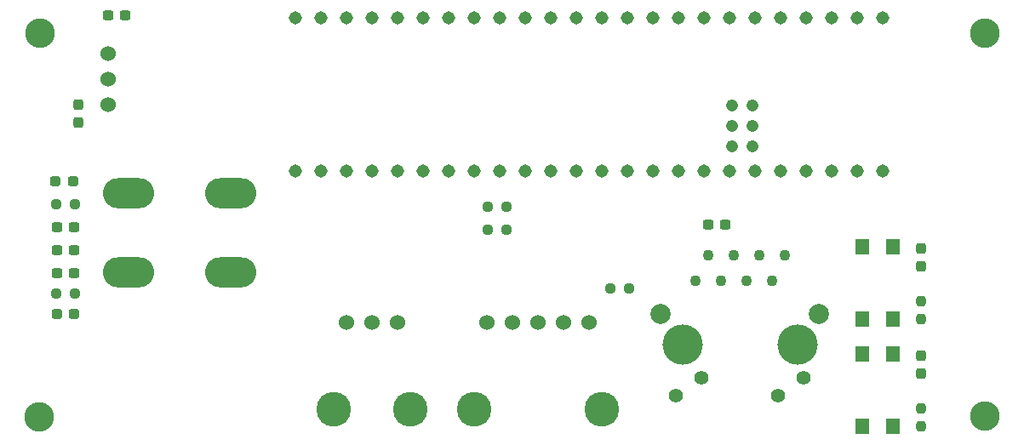
<source format=gbr>
G04 #@! TF.GenerationSoftware,KiCad,Pcbnew,7.0.5*
G04 #@! TF.CreationDate,2023-11-15T14:25:37-06:00*
G04 #@! TF.ProjectId,RotatingSignalStack_board,526f7461-7469-46e6-9753-69676e616c53,rev?*
G04 #@! TF.SameCoordinates,Original*
G04 #@! TF.FileFunction,Soldermask,Top*
G04 #@! TF.FilePolarity,Negative*
%FSLAX46Y46*%
G04 Gerber Fmt 4.6, Leading zero omitted, Abs format (unit mm)*
G04 Created by KiCad (PCBNEW 7.0.5) date 2023-11-15 14:25:37*
%MOMM*%
%LPD*%
G01*
G04 APERTURE LIST*
G04 Aperture macros list*
%AMRoundRect*
0 Rectangle with rounded corners*
0 $1 Rounding radius*
0 $2 $3 $4 $5 $6 $7 $8 $9 X,Y pos of 4 corners*
0 Add a 4 corners polygon primitive as box body*
4,1,4,$2,$3,$4,$5,$6,$7,$8,$9,$2,$3,0*
0 Add four circle primitives for the rounded corners*
1,1,$1+$1,$2,$3*
1,1,$1+$1,$4,$5*
1,1,$1+$1,$6,$7*
1,1,$1+$1,$8,$9*
0 Add four rect primitives between the rounded corners*
20,1,$1+$1,$2,$3,$4,$5,0*
20,1,$1+$1,$4,$5,$6,$7,0*
20,1,$1+$1,$6,$7,$8,$9,0*
20,1,$1+$1,$8,$9,$2,$3,0*%
G04 Aperture macros list end*
%ADD10C,2.946400*%
%ADD11C,1.100000*%
%ADD12C,1.400000*%
%ADD13C,4.000000*%
%ADD14C,2.000000*%
%ADD15RoundRect,0.237500X0.237500X-0.250000X0.237500X0.250000X-0.237500X0.250000X-0.237500X-0.250000X0*%
%ADD16RoundRect,0.237500X-0.300000X-0.237500X0.300000X-0.237500X0.300000X0.237500X-0.300000X0.237500X0*%
%ADD17R,1.400000X1.600000*%
%ADD18RoundRect,0.237500X0.300000X0.237500X-0.300000X0.237500X-0.300000X-0.237500X0.300000X-0.237500X0*%
%ADD19O,5.100000X3.000000*%
%ADD20RoundRect,0.237500X-0.250000X-0.237500X0.250000X-0.237500X0.250000X0.237500X-0.250000X0.237500X0*%
%ADD21RoundRect,0.237500X0.250000X0.237500X-0.250000X0.237500X-0.250000X-0.237500X0.250000X-0.237500X0*%
%ADD22C,1.308000*%
%ADD23C,1.208000*%
%ADD24RoundRect,0.237500X0.287500X0.237500X-0.287500X0.237500X-0.287500X-0.237500X0.287500X-0.237500X0*%
%ADD25C,3.450000*%
%ADD26C,1.524000*%
%ADD27RoundRect,0.237500X-0.237500X0.287500X-0.237500X-0.287500X0.237500X-0.287500X0.237500X0.287500X0*%
%ADD28RoundRect,0.237500X0.237500X-0.300000X0.237500X0.300000X-0.237500X0.300000X-0.237500X-0.300000X0*%
G04 APERTURE END LIST*
D10*
G04 #@! TO.C,V3*
X101092000Y-71120000D03*
G04 #@! TD*
G04 #@! TO.C,V1*
X195072000Y-109220000D03*
G04 #@! TD*
D11*
G04 #@! TO.C,J1*
X166243000Y-95809500D03*
X167513000Y-93269500D03*
X168783000Y-95809500D03*
X170053000Y-93269500D03*
X171323000Y-95809500D03*
X172593000Y-93269500D03*
X173863000Y-95809500D03*
X175133000Y-93269500D03*
D12*
X164363000Y-107239500D03*
X166903000Y-105449500D03*
X174473000Y-107239500D03*
X177013000Y-105449500D03*
D13*
X164973000Y-102159500D03*
X176403000Y-102159500D03*
D14*
X162813000Y-99109500D03*
X178563000Y-99109500D03*
G04 #@! TD*
D15*
G04 #@! TO.C,R7*
X188722000Y-99615000D03*
X188722000Y-97790000D03*
G04 #@! TD*
D16*
G04 #@! TO.C,C5*
X107849500Y-69342000D03*
X109574500Y-69342000D03*
G04 #@! TD*
D17*
G04 #@! TO.C,SW1*
X182904000Y-110280000D03*
X182904000Y-103080000D03*
X185904000Y-110280000D03*
X185904000Y-103080000D03*
G04 #@! TD*
D18*
G04 #@! TO.C,C3*
X104494500Y-92710000D03*
X102769500Y-92710000D03*
G04 #@! TD*
D19*
G04 #@! TO.C,Conn2*
X120027700Y-87072500D03*
X120027700Y-94946500D03*
G04 #@! TD*
D20*
G04 #@! TO.C,R5*
X145645500Y-90678000D03*
X147470500Y-90678000D03*
G04 #@! TD*
D17*
G04 #@! TO.C,SW2*
X182904000Y-99612000D03*
X182904000Y-92412000D03*
X185904000Y-99612000D03*
X185904000Y-92412000D03*
G04 #@! TD*
D10*
G04 #@! TO.C,V4*
X101009580Y-109302420D03*
G04 #@! TD*
D21*
G04 #@! TO.C,R3*
X159662500Y-96520000D03*
X157837500Y-96520000D03*
G04 #@! TD*
D22*
G04 #@! TO.C,U2*
X182372000Y-69596000D03*
X179832000Y-69596000D03*
X177292000Y-69596000D03*
X174752000Y-69596000D03*
X149352000Y-69596000D03*
X179832000Y-84836000D03*
X172212000Y-69596000D03*
X169672000Y-69596000D03*
X167132000Y-69596000D03*
X164592000Y-69596000D03*
X162052000Y-69596000D03*
X159512000Y-69596000D03*
X156972000Y-69596000D03*
X154432000Y-69596000D03*
X151892000Y-69596000D03*
X151892000Y-84836000D03*
X154432000Y-84836000D03*
X156972000Y-84836000D03*
X159512000Y-84836000D03*
X162052000Y-84836000D03*
X164592000Y-84836000D03*
X167132000Y-84836000D03*
X169672000Y-84836000D03*
X172212000Y-84836000D03*
X174752000Y-84836000D03*
X177292000Y-84836000D03*
X146812000Y-69596000D03*
X144272000Y-69596000D03*
X141732000Y-69596000D03*
X139192000Y-69596000D03*
X136652000Y-69596000D03*
X134112000Y-69596000D03*
X131572000Y-69596000D03*
X129032000Y-69596000D03*
X126492000Y-69596000D03*
X126492000Y-84836000D03*
X129032000Y-84836000D03*
X131572000Y-84836000D03*
X134112000Y-84836000D03*
X136652000Y-84836000D03*
X139192000Y-84836000D03*
X141732000Y-84836000D03*
X144272000Y-84836000D03*
X146812000Y-84836000D03*
X184912000Y-69596000D03*
X149352000Y-84836000D03*
X182372000Y-84836000D03*
D23*
X169942000Y-80386000D03*
X171942000Y-80386000D03*
X171942000Y-82386000D03*
X169942000Y-82386000D03*
X169942000Y-78386000D03*
X171942000Y-78386000D03*
D22*
X184912000Y-84836000D03*
G04 #@! TD*
D18*
G04 #@! TO.C,C4*
X104494500Y-90424000D03*
X102769500Y-90424000D03*
G04 #@! TD*
D20*
G04 #@! TO.C,R1*
X102719500Y-97028000D03*
X104544500Y-97028000D03*
G04 #@! TD*
D24*
G04 #@! TO.C,D2*
X104394000Y-85852000D03*
X102644000Y-85852000D03*
G04 #@! TD*
D25*
G04 #@! TO.C,Conn4*
X137922000Y-108585000D03*
X130302000Y-108585000D03*
D26*
X136652000Y-99949000D03*
X134112000Y-99949000D03*
X131572000Y-99949000D03*
G04 #@! TD*
D27*
G04 #@! TO.C,D3*
X188722000Y-103265000D03*
X188722000Y-105015000D03*
G04 #@! TD*
D25*
G04 #@! TO.C,Conn3*
X156972000Y-108585000D03*
X144272000Y-108585000D03*
D26*
X155702000Y-99949000D03*
X153162000Y-99949000D03*
X150622000Y-99949000D03*
X148082000Y-99949000D03*
X145542000Y-99949000D03*
G04 #@! TD*
D27*
G04 #@! TO.C,D4*
X188722000Y-92597000D03*
X188722000Y-94347000D03*
G04 #@! TD*
D19*
G04 #@! TO.C,Conn1*
X109867700Y-87072500D03*
X109867700Y-94946500D03*
G04 #@! TD*
D26*
G04 #@! TO.C,U1*
X107823000Y-78232000D03*
X107823000Y-75692000D03*
X107823000Y-73152000D03*
G04 #@! TD*
D10*
G04 #@! TO.C,V2*
X195072000Y-71120000D03*
G04 #@! TD*
D21*
G04 #@! TO.C,R2*
X104544500Y-88138000D03*
X102719500Y-88138000D03*
G04 #@! TD*
D28*
G04 #@! TO.C,C2*
X104902000Y-80010000D03*
X104902000Y-78285000D03*
G04 #@! TD*
D18*
G04 #@! TO.C,C1*
X104494500Y-94996000D03*
X102769500Y-94996000D03*
G04 #@! TD*
D20*
G04 #@! TO.C,R4*
X145645500Y-88392000D03*
X147470500Y-88392000D03*
G04 #@! TD*
D15*
G04 #@! TO.C,R6*
X188722000Y-110283000D03*
X188722000Y-108458000D03*
G04 #@! TD*
D24*
G04 #@! TO.C,D1*
X104507000Y-99060000D03*
X102757000Y-99060000D03*
G04 #@! TD*
D16*
G04 #@! TO.C,C6*
X167539500Y-90170000D03*
X169264500Y-90170000D03*
G04 #@! TD*
M02*

</source>
